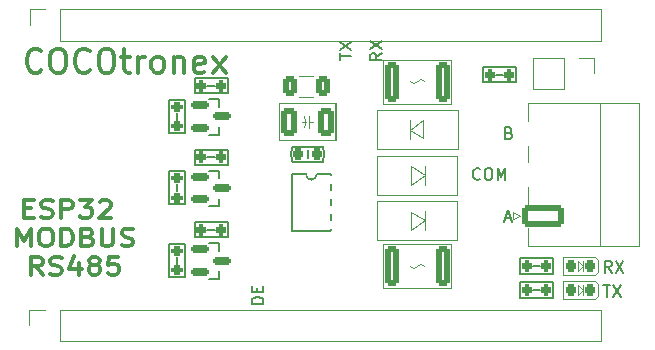
<source format=gbr>
%TF.GenerationSoftware,KiCad,Pcbnew,8.0.5*%
%TF.CreationDate,2025-01-12T16:45:05+07:00*%
%TF.ProjectId,ESP32-MODBUS-RS485-SHIELD,45535033-322d-44d4-9f44-4255532d5253,rev?*%
%TF.SameCoordinates,Original*%
%TF.FileFunction,Legend,Top*%
%TF.FilePolarity,Positive*%
%FSLAX46Y46*%
G04 Gerber Fmt 4.6, Leading zero omitted, Abs format (unit mm)*
G04 Created by KiCad (PCBNEW 8.0.5) date 2025-01-12 16:45:05*
%MOMM*%
%LPD*%
G01*
G04 APERTURE LIST*
G04 Aperture macros list*
%AMRoundRect*
0 Rectangle with rounded corners*
0 $1 Rounding radius*
0 $2 $3 $4 $5 $6 $7 $8 $9 X,Y pos of 4 corners*
0 Add a 4 corners polygon primitive as box body*
4,1,4,$2,$3,$4,$5,$6,$7,$8,$9,$2,$3,0*
0 Add four circle primitives for the rounded corners*
1,1,$1+$1,$2,$3*
1,1,$1+$1,$4,$5*
1,1,$1+$1,$6,$7*
1,1,$1+$1,$8,$9*
0 Add four rect primitives between the rounded corners*
20,1,$1+$1,$2,$3,$4,$5,0*
20,1,$1+$1,$4,$5,$6,$7,0*
20,1,$1+$1,$6,$7,$8,$9,0*
20,1,$1+$1,$8,$9,$2,$3,0*%
G04 Aperture macros list end*
%ADD10C,0.150000*%
%ADD11C,0.300000*%
%ADD12C,0.152400*%
%ADD13C,0.120000*%
%ADD14C,0.200000*%
%ADD15C,0.100000*%
%ADD16C,0.203200*%
%ADD17RoundRect,0.200000X0.200000X0.275000X-0.200000X0.275000X-0.200000X-0.275000X0.200000X-0.275000X0*%
%ADD18RoundRect,0.250000X0.375000X0.625000X-0.375000X0.625000X-0.375000X-0.625000X0.375000X-0.625000X0*%
%ADD19RoundRect,0.200000X0.275000X-0.200000X0.275000X0.200000X-0.275000X0.200000X-0.275000X-0.200000X0*%
%ADD20RoundRect,0.250000X0.412500X0.925000X-0.412500X0.925000X-0.412500X-0.925000X0.412500X-0.925000X0*%
%ADD21RoundRect,0.250000X1.550000X-0.650000X1.550000X0.650000X-1.550000X0.650000X-1.550000X-0.650000X0*%
%ADD22O,3.600000X1.800000*%
%ADD23R,1.700000X1.700000*%
%ADD24O,1.700000X1.700000*%
%ADD25RoundRect,0.150000X-0.587500X-0.150000X0.587500X-0.150000X0.587500X0.150000X-0.587500X0.150000X0*%
%ADD26RoundRect,0.218750X0.218750X0.256250X-0.218750X0.256250X-0.218750X-0.256250X0.218750X-0.256250X0*%
%ADD27RoundRect,0.250000X-0.312500X-1.450000X0.312500X-1.450000X0.312500X1.450000X-0.312500X1.450000X0*%
%ADD28R,2.500000X1.800000*%
%ADD29RoundRect,0.225000X0.225000X0.250000X-0.225000X0.250000X-0.225000X-0.250000X0.225000X-0.250000X0*%
%ADD30R,2.200000X0.600000*%
%ADD31O,2.200000X0.600000*%
G04 APERTURE END LIST*
D10*
X160770112Y-90617759D02*
X160912969Y-90665378D01*
X160912969Y-90665378D02*
X160960588Y-90712997D01*
X160960588Y-90712997D02*
X161008207Y-90808235D01*
X161008207Y-90808235D02*
X161008207Y-90951092D01*
X161008207Y-90951092D02*
X160960588Y-91046330D01*
X160960588Y-91046330D02*
X160912969Y-91093950D01*
X160912969Y-91093950D02*
X160817731Y-91141569D01*
X160817731Y-91141569D02*
X160436779Y-91141569D01*
X160436779Y-91141569D02*
X160436779Y-90141569D01*
X160436779Y-90141569D02*
X160770112Y-90141569D01*
X160770112Y-90141569D02*
X160865350Y-90189188D01*
X160865350Y-90189188D02*
X160912969Y-90236807D01*
X160912969Y-90236807D02*
X160960588Y-90332045D01*
X160960588Y-90332045D02*
X160960588Y-90427283D01*
X160960588Y-90427283D02*
X160912969Y-90522521D01*
X160912969Y-90522521D02*
X160865350Y-90570140D01*
X160865350Y-90570140D02*
X160770112Y-90617759D01*
X160770112Y-90617759D02*
X160436779Y-90617759D01*
X168743922Y-103519819D02*
X169315350Y-103519819D01*
X169029636Y-104519819D02*
X169029636Y-103519819D01*
X169553446Y-103519819D02*
X170220112Y-104519819D01*
X170220112Y-103519819D02*
X169553446Y-104519819D01*
X146419819Y-84456077D02*
X146419819Y-83884649D01*
X147419819Y-84170363D02*
X146419819Y-84170363D01*
X146419819Y-83646553D02*
X147419819Y-82979887D01*
X146419819Y-82979887D02*
X147419819Y-83646553D01*
X150019819Y-83891792D02*
X149543628Y-84225125D01*
X150019819Y-84463220D02*
X149019819Y-84463220D01*
X149019819Y-84463220D02*
X149019819Y-84082268D01*
X149019819Y-84082268D02*
X149067438Y-83987030D01*
X149067438Y-83987030D02*
X149115057Y-83939411D01*
X149115057Y-83939411D02*
X149210295Y-83891792D01*
X149210295Y-83891792D02*
X149353152Y-83891792D01*
X149353152Y-83891792D02*
X149448390Y-83939411D01*
X149448390Y-83939411D02*
X149496009Y-83987030D01*
X149496009Y-83987030D02*
X149543628Y-84082268D01*
X149543628Y-84082268D02*
X149543628Y-84463220D01*
X149019819Y-83558458D02*
X150019819Y-82891792D01*
X149019819Y-82891792D02*
X150019819Y-83558458D01*
X158317731Y-94524580D02*
X158270112Y-94572200D01*
X158270112Y-94572200D02*
X158127255Y-94619819D01*
X158127255Y-94619819D02*
X158032017Y-94619819D01*
X158032017Y-94619819D02*
X157889160Y-94572200D01*
X157889160Y-94572200D02*
X157793922Y-94476961D01*
X157793922Y-94476961D02*
X157746303Y-94381723D01*
X157746303Y-94381723D02*
X157698684Y-94191247D01*
X157698684Y-94191247D02*
X157698684Y-94048390D01*
X157698684Y-94048390D02*
X157746303Y-93857914D01*
X157746303Y-93857914D02*
X157793922Y-93762676D01*
X157793922Y-93762676D02*
X157889160Y-93667438D01*
X157889160Y-93667438D02*
X158032017Y-93619819D01*
X158032017Y-93619819D02*
X158127255Y-93619819D01*
X158127255Y-93619819D02*
X158270112Y-93667438D01*
X158270112Y-93667438D02*
X158317731Y-93715057D01*
X158936779Y-93619819D02*
X159127255Y-93619819D01*
X159127255Y-93619819D02*
X159222493Y-93667438D01*
X159222493Y-93667438D02*
X159317731Y-93762676D01*
X159317731Y-93762676D02*
X159365350Y-93953152D01*
X159365350Y-93953152D02*
X159365350Y-94286485D01*
X159365350Y-94286485D02*
X159317731Y-94476961D01*
X159317731Y-94476961D02*
X159222493Y-94572200D01*
X159222493Y-94572200D02*
X159127255Y-94619819D01*
X159127255Y-94619819D02*
X158936779Y-94619819D01*
X158936779Y-94619819D02*
X158841541Y-94572200D01*
X158841541Y-94572200D02*
X158746303Y-94476961D01*
X158746303Y-94476961D02*
X158698684Y-94286485D01*
X158698684Y-94286485D02*
X158698684Y-93953152D01*
X158698684Y-93953152D02*
X158746303Y-93762676D01*
X158746303Y-93762676D02*
X158841541Y-93667438D01*
X158841541Y-93667438D02*
X158936779Y-93619819D01*
X159793922Y-94619819D02*
X159793922Y-93619819D01*
X159793922Y-93619819D02*
X160127255Y-94334104D01*
X160127255Y-94334104D02*
X160460588Y-93619819D01*
X160460588Y-93619819D02*
X160460588Y-94619819D01*
X139969819Y-105113220D02*
X138969819Y-105113220D01*
X138969819Y-105113220D02*
X138969819Y-104875125D01*
X138969819Y-104875125D02*
X139017438Y-104732268D01*
X139017438Y-104732268D02*
X139112676Y-104637030D01*
X139112676Y-104637030D02*
X139207914Y-104589411D01*
X139207914Y-104589411D02*
X139398390Y-104541792D01*
X139398390Y-104541792D02*
X139541247Y-104541792D01*
X139541247Y-104541792D02*
X139731723Y-104589411D01*
X139731723Y-104589411D02*
X139826961Y-104637030D01*
X139826961Y-104637030D02*
X139922200Y-104732268D01*
X139922200Y-104732268D02*
X139969819Y-104875125D01*
X139969819Y-104875125D02*
X139969819Y-105113220D01*
X139446009Y-104113220D02*
X139446009Y-103779887D01*
X139969819Y-103637030D02*
X139969819Y-104113220D01*
X139969819Y-104113220D02*
X138969819Y-104113220D01*
X138969819Y-104113220D02*
X138969819Y-103637030D01*
D11*
X119709523Y-97035282D02*
X120276190Y-97035282D01*
X120519047Y-97820996D02*
X119709523Y-97820996D01*
X119709523Y-97820996D02*
X119709523Y-96320996D01*
X119709523Y-96320996D02*
X120519047Y-96320996D01*
X121166666Y-97749568D02*
X121409523Y-97820996D01*
X121409523Y-97820996D02*
X121814285Y-97820996D01*
X121814285Y-97820996D02*
X121976190Y-97749568D01*
X121976190Y-97749568D02*
X122057142Y-97678139D01*
X122057142Y-97678139D02*
X122138095Y-97535282D01*
X122138095Y-97535282D02*
X122138095Y-97392425D01*
X122138095Y-97392425D02*
X122057142Y-97249568D01*
X122057142Y-97249568D02*
X121976190Y-97178139D01*
X121976190Y-97178139D02*
X121814285Y-97106710D01*
X121814285Y-97106710D02*
X121490476Y-97035282D01*
X121490476Y-97035282D02*
X121328571Y-96963853D01*
X121328571Y-96963853D02*
X121247618Y-96892425D01*
X121247618Y-96892425D02*
X121166666Y-96749568D01*
X121166666Y-96749568D02*
X121166666Y-96606710D01*
X121166666Y-96606710D02*
X121247618Y-96463853D01*
X121247618Y-96463853D02*
X121328571Y-96392425D01*
X121328571Y-96392425D02*
X121490476Y-96320996D01*
X121490476Y-96320996D02*
X121895237Y-96320996D01*
X121895237Y-96320996D02*
X122138095Y-96392425D01*
X122866666Y-97820996D02*
X122866666Y-96320996D01*
X122866666Y-96320996D02*
X123514285Y-96320996D01*
X123514285Y-96320996D02*
X123676190Y-96392425D01*
X123676190Y-96392425D02*
X123757143Y-96463853D01*
X123757143Y-96463853D02*
X123838095Y-96606710D01*
X123838095Y-96606710D02*
X123838095Y-96820996D01*
X123838095Y-96820996D02*
X123757143Y-96963853D01*
X123757143Y-96963853D02*
X123676190Y-97035282D01*
X123676190Y-97035282D02*
X123514285Y-97106710D01*
X123514285Y-97106710D02*
X122866666Y-97106710D01*
X124404762Y-96320996D02*
X125457143Y-96320996D01*
X125457143Y-96320996D02*
X124890476Y-96892425D01*
X124890476Y-96892425D02*
X125133333Y-96892425D01*
X125133333Y-96892425D02*
X125295238Y-96963853D01*
X125295238Y-96963853D02*
X125376190Y-97035282D01*
X125376190Y-97035282D02*
X125457143Y-97178139D01*
X125457143Y-97178139D02*
X125457143Y-97535282D01*
X125457143Y-97535282D02*
X125376190Y-97678139D01*
X125376190Y-97678139D02*
X125295238Y-97749568D01*
X125295238Y-97749568D02*
X125133333Y-97820996D01*
X125133333Y-97820996D02*
X124647619Y-97820996D01*
X124647619Y-97820996D02*
X124485714Y-97749568D01*
X124485714Y-97749568D02*
X124404762Y-97678139D01*
X126104762Y-96463853D02*
X126185714Y-96392425D01*
X126185714Y-96392425D02*
X126347619Y-96320996D01*
X126347619Y-96320996D02*
X126752381Y-96320996D01*
X126752381Y-96320996D02*
X126914286Y-96392425D01*
X126914286Y-96392425D02*
X126995238Y-96463853D01*
X126995238Y-96463853D02*
X127076191Y-96606710D01*
X127076191Y-96606710D02*
X127076191Y-96749568D01*
X127076191Y-96749568D02*
X126995238Y-96963853D01*
X126995238Y-96963853D02*
X126023810Y-97820996D01*
X126023810Y-97820996D02*
X127076191Y-97820996D01*
X119142857Y-100235912D02*
X119142857Y-98735912D01*
X119142857Y-98735912D02*
X119709524Y-99807341D01*
X119709524Y-99807341D02*
X120276191Y-98735912D01*
X120276191Y-98735912D02*
X120276191Y-100235912D01*
X121409524Y-98735912D02*
X121733333Y-98735912D01*
X121733333Y-98735912D02*
X121895238Y-98807341D01*
X121895238Y-98807341D02*
X122057143Y-98950198D01*
X122057143Y-98950198D02*
X122138095Y-99235912D01*
X122138095Y-99235912D02*
X122138095Y-99735912D01*
X122138095Y-99735912D02*
X122057143Y-100021626D01*
X122057143Y-100021626D02*
X121895238Y-100164484D01*
X121895238Y-100164484D02*
X121733333Y-100235912D01*
X121733333Y-100235912D02*
X121409524Y-100235912D01*
X121409524Y-100235912D02*
X121247619Y-100164484D01*
X121247619Y-100164484D02*
X121085714Y-100021626D01*
X121085714Y-100021626D02*
X121004762Y-99735912D01*
X121004762Y-99735912D02*
X121004762Y-99235912D01*
X121004762Y-99235912D02*
X121085714Y-98950198D01*
X121085714Y-98950198D02*
X121247619Y-98807341D01*
X121247619Y-98807341D02*
X121409524Y-98735912D01*
X122866666Y-100235912D02*
X122866666Y-98735912D01*
X122866666Y-98735912D02*
X123271428Y-98735912D01*
X123271428Y-98735912D02*
X123514285Y-98807341D01*
X123514285Y-98807341D02*
X123676190Y-98950198D01*
X123676190Y-98950198D02*
X123757143Y-99093055D01*
X123757143Y-99093055D02*
X123838095Y-99378769D01*
X123838095Y-99378769D02*
X123838095Y-99593055D01*
X123838095Y-99593055D02*
X123757143Y-99878769D01*
X123757143Y-99878769D02*
X123676190Y-100021626D01*
X123676190Y-100021626D02*
X123514285Y-100164484D01*
X123514285Y-100164484D02*
X123271428Y-100235912D01*
X123271428Y-100235912D02*
X122866666Y-100235912D01*
X125133333Y-99450198D02*
X125376190Y-99521626D01*
X125376190Y-99521626D02*
X125457143Y-99593055D01*
X125457143Y-99593055D02*
X125538095Y-99735912D01*
X125538095Y-99735912D02*
X125538095Y-99950198D01*
X125538095Y-99950198D02*
X125457143Y-100093055D01*
X125457143Y-100093055D02*
X125376190Y-100164484D01*
X125376190Y-100164484D02*
X125214285Y-100235912D01*
X125214285Y-100235912D02*
X124566666Y-100235912D01*
X124566666Y-100235912D02*
X124566666Y-98735912D01*
X124566666Y-98735912D02*
X125133333Y-98735912D01*
X125133333Y-98735912D02*
X125295238Y-98807341D01*
X125295238Y-98807341D02*
X125376190Y-98878769D01*
X125376190Y-98878769D02*
X125457143Y-99021626D01*
X125457143Y-99021626D02*
X125457143Y-99164484D01*
X125457143Y-99164484D02*
X125376190Y-99307341D01*
X125376190Y-99307341D02*
X125295238Y-99378769D01*
X125295238Y-99378769D02*
X125133333Y-99450198D01*
X125133333Y-99450198D02*
X124566666Y-99450198D01*
X126266666Y-98735912D02*
X126266666Y-99950198D01*
X126266666Y-99950198D02*
X126347619Y-100093055D01*
X126347619Y-100093055D02*
X126428571Y-100164484D01*
X126428571Y-100164484D02*
X126590476Y-100235912D01*
X126590476Y-100235912D02*
X126914285Y-100235912D01*
X126914285Y-100235912D02*
X127076190Y-100164484D01*
X127076190Y-100164484D02*
X127157143Y-100093055D01*
X127157143Y-100093055D02*
X127238095Y-99950198D01*
X127238095Y-99950198D02*
X127238095Y-98735912D01*
X127966666Y-100164484D02*
X128209523Y-100235912D01*
X128209523Y-100235912D02*
X128614285Y-100235912D01*
X128614285Y-100235912D02*
X128776190Y-100164484D01*
X128776190Y-100164484D02*
X128857142Y-100093055D01*
X128857142Y-100093055D02*
X128938095Y-99950198D01*
X128938095Y-99950198D02*
X128938095Y-99807341D01*
X128938095Y-99807341D02*
X128857142Y-99664484D01*
X128857142Y-99664484D02*
X128776190Y-99593055D01*
X128776190Y-99593055D02*
X128614285Y-99521626D01*
X128614285Y-99521626D02*
X128290476Y-99450198D01*
X128290476Y-99450198D02*
X128128571Y-99378769D01*
X128128571Y-99378769D02*
X128047618Y-99307341D01*
X128047618Y-99307341D02*
X127966666Y-99164484D01*
X127966666Y-99164484D02*
X127966666Y-99021626D01*
X127966666Y-99021626D02*
X128047618Y-98878769D01*
X128047618Y-98878769D02*
X128128571Y-98807341D01*
X128128571Y-98807341D02*
X128290476Y-98735912D01*
X128290476Y-98735912D02*
X128695237Y-98735912D01*
X128695237Y-98735912D02*
X128938095Y-98807341D01*
X121288094Y-102650828D02*
X120721427Y-101936542D01*
X120316665Y-102650828D02*
X120316665Y-101150828D01*
X120316665Y-101150828D02*
X120964284Y-101150828D01*
X120964284Y-101150828D02*
X121126189Y-101222257D01*
X121126189Y-101222257D02*
X121207142Y-101293685D01*
X121207142Y-101293685D02*
X121288094Y-101436542D01*
X121288094Y-101436542D02*
X121288094Y-101650828D01*
X121288094Y-101650828D02*
X121207142Y-101793685D01*
X121207142Y-101793685D02*
X121126189Y-101865114D01*
X121126189Y-101865114D02*
X120964284Y-101936542D01*
X120964284Y-101936542D02*
X120316665Y-101936542D01*
X121935713Y-102579400D02*
X122178570Y-102650828D01*
X122178570Y-102650828D02*
X122583332Y-102650828D01*
X122583332Y-102650828D02*
X122745237Y-102579400D01*
X122745237Y-102579400D02*
X122826189Y-102507971D01*
X122826189Y-102507971D02*
X122907142Y-102365114D01*
X122907142Y-102365114D02*
X122907142Y-102222257D01*
X122907142Y-102222257D02*
X122826189Y-102079400D01*
X122826189Y-102079400D02*
X122745237Y-102007971D01*
X122745237Y-102007971D02*
X122583332Y-101936542D01*
X122583332Y-101936542D02*
X122259523Y-101865114D01*
X122259523Y-101865114D02*
X122097618Y-101793685D01*
X122097618Y-101793685D02*
X122016665Y-101722257D01*
X122016665Y-101722257D02*
X121935713Y-101579400D01*
X121935713Y-101579400D02*
X121935713Y-101436542D01*
X121935713Y-101436542D02*
X122016665Y-101293685D01*
X122016665Y-101293685D02*
X122097618Y-101222257D01*
X122097618Y-101222257D02*
X122259523Y-101150828D01*
X122259523Y-101150828D02*
X122664284Y-101150828D01*
X122664284Y-101150828D02*
X122907142Y-101222257D01*
X124364285Y-101650828D02*
X124364285Y-102650828D01*
X123959523Y-101079400D02*
X123554761Y-102150828D01*
X123554761Y-102150828D02*
X124607142Y-102150828D01*
X125497619Y-101793685D02*
X125335714Y-101722257D01*
X125335714Y-101722257D02*
X125254761Y-101650828D01*
X125254761Y-101650828D02*
X125173809Y-101507971D01*
X125173809Y-101507971D02*
X125173809Y-101436542D01*
X125173809Y-101436542D02*
X125254761Y-101293685D01*
X125254761Y-101293685D02*
X125335714Y-101222257D01*
X125335714Y-101222257D02*
X125497619Y-101150828D01*
X125497619Y-101150828D02*
X125821428Y-101150828D01*
X125821428Y-101150828D02*
X125983333Y-101222257D01*
X125983333Y-101222257D02*
X126064285Y-101293685D01*
X126064285Y-101293685D02*
X126145238Y-101436542D01*
X126145238Y-101436542D02*
X126145238Y-101507971D01*
X126145238Y-101507971D02*
X126064285Y-101650828D01*
X126064285Y-101650828D02*
X125983333Y-101722257D01*
X125983333Y-101722257D02*
X125821428Y-101793685D01*
X125821428Y-101793685D02*
X125497619Y-101793685D01*
X125497619Y-101793685D02*
X125335714Y-101865114D01*
X125335714Y-101865114D02*
X125254761Y-101936542D01*
X125254761Y-101936542D02*
X125173809Y-102079400D01*
X125173809Y-102079400D02*
X125173809Y-102365114D01*
X125173809Y-102365114D02*
X125254761Y-102507971D01*
X125254761Y-102507971D02*
X125335714Y-102579400D01*
X125335714Y-102579400D02*
X125497619Y-102650828D01*
X125497619Y-102650828D02*
X125821428Y-102650828D01*
X125821428Y-102650828D02*
X125983333Y-102579400D01*
X125983333Y-102579400D02*
X126064285Y-102507971D01*
X126064285Y-102507971D02*
X126145238Y-102365114D01*
X126145238Y-102365114D02*
X126145238Y-102079400D01*
X126145238Y-102079400D02*
X126064285Y-101936542D01*
X126064285Y-101936542D02*
X125983333Y-101865114D01*
X125983333Y-101865114D02*
X125821428Y-101793685D01*
X127683333Y-101150828D02*
X126873809Y-101150828D01*
X126873809Y-101150828D02*
X126792857Y-101865114D01*
X126792857Y-101865114D02*
X126873809Y-101793685D01*
X126873809Y-101793685D02*
X127035714Y-101722257D01*
X127035714Y-101722257D02*
X127440476Y-101722257D01*
X127440476Y-101722257D02*
X127602381Y-101793685D01*
X127602381Y-101793685D02*
X127683333Y-101865114D01*
X127683333Y-101865114D02*
X127764286Y-102007971D01*
X127764286Y-102007971D02*
X127764286Y-102365114D01*
X127764286Y-102365114D02*
X127683333Y-102507971D01*
X127683333Y-102507971D02*
X127602381Y-102579400D01*
X127602381Y-102579400D02*
X127440476Y-102650828D01*
X127440476Y-102650828D02*
X127035714Y-102650828D01*
X127035714Y-102650828D02*
X126873809Y-102579400D01*
X126873809Y-102579400D02*
X126792857Y-102507971D01*
X121157142Y-85349161D02*
X121061904Y-85444400D01*
X121061904Y-85444400D02*
X120776190Y-85539638D01*
X120776190Y-85539638D02*
X120585714Y-85539638D01*
X120585714Y-85539638D02*
X120299999Y-85444400D01*
X120299999Y-85444400D02*
X120109523Y-85253923D01*
X120109523Y-85253923D02*
X120014285Y-85063447D01*
X120014285Y-85063447D02*
X119919047Y-84682495D01*
X119919047Y-84682495D02*
X119919047Y-84396780D01*
X119919047Y-84396780D02*
X120014285Y-84015828D01*
X120014285Y-84015828D02*
X120109523Y-83825352D01*
X120109523Y-83825352D02*
X120299999Y-83634876D01*
X120299999Y-83634876D02*
X120585714Y-83539638D01*
X120585714Y-83539638D02*
X120776190Y-83539638D01*
X120776190Y-83539638D02*
X121061904Y-83634876D01*
X121061904Y-83634876D02*
X121157142Y-83730114D01*
X122395237Y-83539638D02*
X122776190Y-83539638D01*
X122776190Y-83539638D02*
X122966666Y-83634876D01*
X122966666Y-83634876D02*
X123157142Y-83825352D01*
X123157142Y-83825352D02*
X123252380Y-84206304D01*
X123252380Y-84206304D02*
X123252380Y-84872971D01*
X123252380Y-84872971D02*
X123157142Y-85253923D01*
X123157142Y-85253923D02*
X122966666Y-85444400D01*
X122966666Y-85444400D02*
X122776190Y-85539638D01*
X122776190Y-85539638D02*
X122395237Y-85539638D01*
X122395237Y-85539638D02*
X122204761Y-85444400D01*
X122204761Y-85444400D02*
X122014285Y-85253923D01*
X122014285Y-85253923D02*
X121919047Y-84872971D01*
X121919047Y-84872971D02*
X121919047Y-84206304D01*
X121919047Y-84206304D02*
X122014285Y-83825352D01*
X122014285Y-83825352D02*
X122204761Y-83634876D01*
X122204761Y-83634876D02*
X122395237Y-83539638D01*
X125252380Y-85349161D02*
X125157142Y-85444400D01*
X125157142Y-85444400D02*
X124871428Y-85539638D01*
X124871428Y-85539638D02*
X124680952Y-85539638D01*
X124680952Y-85539638D02*
X124395237Y-85444400D01*
X124395237Y-85444400D02*
X124204761Y-85253923D01*
X124204761Y-85253923D02*
X124109523Y-85063447D01*
X124109523Y-85063447D02*
X124014285Y-84682495D01*
X124014285Y-84682495D02*
X124014285Y-84396780D01*
X124014285Y-84396780D02*
X124109523Y-84015828D01*
X124109523Y-84015828D02*
X124204761Y-83825352D01*
X124204761Y-83825352D02*
X124395237Y-83634876D01*
X124395237Y-83634876D02*
X124680952Y-83539638D01*
X124680952Y-83539638D02*
X124871428Y-83539638D01*
X124871428Y-83539638D02*
X125157142Y-83634876D01*
X125157142Y-83634876D02*
X125252380Y-83730114D01*
X126490475Y-83539638D02*
X126871428Y-83539638D01*
X126871428Y-83539638D02*
X127061904Y-83634876D01*
X127061904Y-83634876D02*
X127252380Y-83825352D01*
X127252380Y-83825352D02*
X127347618Y-84206304D01*
X127347618Y-84206304D02*
X127347618Y-84872971D01*
X127347618Y-84872971D02*
X127252380Y-85253923D01*
X127252380Y-85253923D02*
X127061904Y-85444400D01*
X127061904Y-85444400D02*
X126871428Y-85539638D01*
X126871428Y-85539638D02*
X126490475Y-85539638D01*
X126490475Y-85539638D02*
X126299999Y-85444400D01*
X126299999Y-85444400D02*
X126109523Y-85253923D01*
X126109523Y-85253923D02*
X126014285Y-84872971D01*
X126014285Y-84872971D02*
X126014285Y-84206304D01*
X126014285Y-84206304D02*
X126109523Y-83825352D01*
X126109523Y-83825352D02*
X126299999Y-83634876D01*
X126299999Y-83634876D02*
X126490475Y-83539638D01*
X127919047Y-84206304D02*
X128680951Y-84206304D01*
X128204761Y-83539638D02*
X128204761Y-85253923D01*
X128204761Y-85253923D02*
X128299999Y-85444400D01*
X128299999Y-85444400D02*
X128490475Y-85539638D01*
X128490475Y-85539638D02*
X128680951Y-85539638D01*
X129347618Y-85539638D02*
X129347618Y-84206304D01*
X129347618Y-84587257D02*
X129442856Y-84396780D01*
X129442856Y-84396780D02*
X129538094Y-84301542D01*
X129538094Y-84301542D02*
X129728570Y-84206304D01*
X129728570Y-84206304D02*
X129919047Y-84206304D01*
X130871427Y-85539638D02*
X130680951Y-85444400D01*
X130680951Y-85444400D02*
X130585713Y-85349161D01*
X130585713Y-85349161D02*
X130490475Y-85158685D01*
X130490475Y-85158685D02*
X130490475Y-84587257D01*
X130490475Y-84587257D02*
X130585713Y-84396780D01*
X130585713Y-84396780D02*
X130680951Y-84301542D01*
X130680951Y-84301542D02*
X130871427Y-84206304D01*
X130871427Y-84206304D02*
X131157142Y-84206304D01*
X131157142Y-84206304D02*
X131347618Y-84301542D01*
X131347618Y-84301542D02*
X131442856Y-84396780D01*
X131442856Y-84396780D02*
X131538094Y-84587257D01*
X131538094Y-84587257D02*
X131538094Y-85158685D01*
X131538094Y-85158685D02*
X131442856Y-85349161D01*
X131442856Y-85349161D02*
X131347618Y-85444400D01*
X131347618Y-85444400D02*
X131157142Y-85539638D01*
X131157142Y-85539638D02*
X130871427Y-85539638D01*
X132395237Y-84206304D02*
X132395237Y-85539638D01*
X132395237Y-84396780D02*
X132490475Y-84301542D01*
X132490475Y-84301542D02*
X132680951Y-84206304D01*
X132680951Y-84206304D02*
X132966666Y-84206304D01*
X132966666Y-84206304D02*
X133157142Y-84301542D01*
X133157142Y-84301542D02*
X133252380Y-84492019D01*
X133252380Y-84492019D02*
X133252380Y-85539638D01*
X134966666Y-85444400D02*
X134776190Y-85539638D01*
X134776190Y-85539638D02*
X134395237Y-85539638D01*
X134395237Y-85539638D02*
X134204761Y-85444400D01*
X134204761Y-85444400D02*
X134109523Y-85253923D01*
X134109523Y-85253923D02*
X134109523Y-84492019D01*
X134109523Y-84492019D02*
X134204761Y-84301542D01*
X134204761Y-84301542D02*
X134395237Y-84206304D01*
X134395237Y-84206304D02*
X134776190Y-84206304D01*
X134776190Y-84206304D02*
X134966666Y-84301542D01*
X134966666Y-84301542D02*
X135061904Y-84492019D01*
X135061904Y-84492019D02*
X135061904Y-84682495D01*
X135061904Y-84682495D02*
X134109523Y-84872971D01*
X135728571Y-85539638D02*
X136776190Y-84206304D01*
X135728571Y-84206304D02*
X136776190Y-85539638D01*
D10*
X160460589Y-97855854D02*
X160936779Y-97855854D01*
X160365351Y-98141569D02*
X160698684Y-97141569D01*
X160698684Y-97141569D02*
X161032017Y-98141569D01*
X169458207Y-102469819D02*
X169124874Y-101993628D01*
X168886779Y-102469819D02*
X168886779Y-101469819D01*
X168886779Y-101469819D02*
X169267731Y-101469819D01*
X169267731Y-101469819D02*
X169362969Y-101517438D01*
X169362969Y-101517438D02*
X169410588Y-101565057D01*
X169410588Y-101565057D02*
X169458207Y-101660295D01*
X169458207Y-101660295D02*
X169458207Y-101803152D01*
X169458207Y-101803152D02*
X169410588Y-101898390D01*
X169410588Y-101898390D02*
X169362969Y-101946009D01*
X169362969Y-101946009D02*
X169267731Y-101993628D01*
X169267731Y-101993628D02*
X168886779Y-101993628D01*
X169791541Y-101469819D02*
X170458207Y-102469819D01*
X170458207Y-101469819D02*
X169791541Y-102469819D01*
D12*
%TO.C,R42*%
X134150000Y-92050000D02*
X136950000Y-92050000D01*
X134150000Y-93350000D02*
X134150000Y-92050000D01*
X134150000Y-93350000D02*
X136950000Y-93350000D01*
X135225000Y-92700000D02*
X135850000Y-92700000D01*
X136950000Y-93350000D02*
X136950000Y-92050000D01*
D13*
%TO.C,F3*%
X144202064Y-87610000D02*
X142997936Y-87610000D01*
X144202064Y-85790000D02*
X142997936Y-85790000D01*
D12*
%TO.C,R40*%
X134150000Y-86000000D02*
X136950000Y-86000000D01*
X134150000Y-87300000D02*
X134150000Y-86000000D01*
X134150000Y-87300000D02*
X136950000Y-87300000D01*
X135225000Y-86650000D02*
X135850000Y-86650000D01*
X136950000Y-87300000D02*
X136950000Y-86000000D01*
%TO.C,R39*%
X133300000Y-100050000D02*
X133300000Y-102850000D01*
X132000000Y-100050000D02*
X133300000Y-100050000D01*
X132000000Y-100050000D02*
X132000000Y-102850000D01*
X132650000Y-101125000D02*
X132650000Y-101750000D01*
X132000000Y-102850000D02*
X133300000Y-102850000D01*
D13*
%TO.C,C5*%
X146150000Y-88125000D02*
X141325000Y-88125000D01*
X146075000Y-91275000D02*
X146075000Y-88125000D01*
X143800000Y-90200000D02*
X143800000Y-89200000D01*
X143800000Y-89700000D02*
X144162500Y-89700000D01*
X143580000Y-89695181D02*
X143242787Y-89695181D01*
X141325000Y-91275000D02*
X146150000Y-91275000D01*
X141325000Y-91275000D02*
X141325000Y-88125000D01*
X146150000Y-91275000D02*
X146000000Y-91275000D01*
X146000000Y-88150000D01*
X146150000Y-88150000D01*
X146150000Y-91275000D01*
X143414321Y-89199996D02*
G75*
G02*
X143446525Y-90199995I-744801J-524504D01*
G01*
%TO.C,J9*%
X162357500Y-100230000D02*
X171777500Y-100230000D01*
X162357500Y-100230000D02*
X162357500Y-98720000D01*
X168467500Y-100230000D02*
X168467500Y-88110000D01*
X171777500Y-100230000D02*
X171777500Y-88110000D01*
X161067500Y-97970000D02*
X161067500Y-97370000D01*
X161667500Y-97670000D02*
X161067500Y-97970000D01*
X161067500Y-97370000D02*
X161667500Y-97670000D01*
X162357500Y-96620000D02*
X162357500Y-95220000D01*
X162357500Y-93120000D02*
X162357500Y-91720000D01*
X162357500Y-88110000D02*
X162357500Y-89620000D01*
X171777500Y-88110000D02*
X162357500Y-88110000D01*
%TO.C,J1*%
X122760000Y-108255000D02*
X168540000Y-108255000D01*
X122760000Y-108255000D02*
X122760000Y-105595000D01*
X168540000Y-108255000D02*
X168540000Y-105595000D01*
X120160000Y-106925000D02*
X120160000Y-105595000D01*
X120160000Y-105595000D02*
X121490000Y-105595000D01*
X122760000Y-105595000D02*
X168540000Y-105595000D01*
D12*
%TO.C,R41*%
X133300000Y-87850000D02*
X133300000Y-90650000D01*
X132000000Y-87850000D02*
X133300000Y-87850000D01*
X132000000Y-87850000D02*
X132000000Y-90650000D01*
X132650000Y-88925000D02*
X132650000Y-89550000D01*
X132000000Y-90650000D02*
X133300000Y-90650000D01*
D13*
%TO.C,Q19*%
X135550000Y-96860000D02*
X136200000Y-96860000D01*
D14*
X136200000Y-93850000D02*
X135350000Y-93850000D01*
X136200000Y-94500000D02*
X136200000Y-93850000D01*
X136200000Y-96850000D02*
X135350000Y-96850000D01*
X136200000Y-96850000D02*
X136200000Y-96200000D01*
D13*
%TO.C,D36*%
X168285000Y-104450000D02*
X168285000Y-103450000D01*
X168285000Y-103450000D02*
X168050000Y-103215000D01*
X168050000Y-104685000D02*
X168285000Y-104450000D01*
X168050000Y-103215000D02*
X165325000Y-103215000D01*
D15*
X167025000Y-104350000D02*
X167025000Y-103550000D01*
X167025000Y-103950000D02*
X166575000Y-104350000D01*
X167025000Y-103950000D02*
X166575000Y-103550000D01*
X166575000Y-104350000D02*
X166575000Y-103550000D01*
D13*
X165325000Y-104685000D02*
X168050000Y-104685000D01*
X165325000Y-103215000D02*
X165325000Y-104685000D01*
%TO.C,F1*%
X150130000Y-84426252D02*
X150130000Y-88160000D01*
X150130000Y-84426252D02*
X155870000Y-84426252D01*
X150130000Y-88160000D02*
X155870000Y-88160000D01*
X155870000Y-84426252D02*
X155870000Y-88160000D01*
X153020000Y-86299568D02*
G75*
G02*
X152420000Y-86299568I-300000J141089D01*
G01*
X153020000Y-86299568D02*
G75*
G02*
X153620000Y-86299568I300000J-141089D01*
G01*
%TO.C,D34*%
X156400000Y-99700000D02*
X156400000Y-96400000D01*
X156400000Y-99700000D02*
X149590000Y-99700000D01*
X156400000Y-96400000D02*
X149590000Y-96400000D01*
X153640000Y-98849080D02*
X153640000Y-97248880D01*
X153640000Y-98048980D02*
X152489380Y-98849080D01*
X153640000Y-98048980D02*
X152489380Y-97299680D01*
X152489380Y-97299680D02*
X152489380Y-98849080D01*
X149590000Y-99700000D02*
X149590000Y-96400000D01*
D12*
%TO.C,R45*%
X161700000Y-103300000D02*
X164500000Y-103300000D01*
X161700000Y-104600000D02*
X161700000Y-103300000D01*
X161700000Y-104600000D02*
X164500000Y-104600000D01*
X162775000Y-103950000D02*
X163400000Y-103950000D01*
X164500000Y-104600000D02*
X164500000Y-103300000D01*
%TO.C,R38*%
X134150000Y-98180000D02*
X136950000Y-98180000D01*
X134150000Y-99480000D02*
X134150000Y-98180000D01*
X134150000Y-99480000D02*
X136950000Y-99480000D01*
X135225000Y-98830000D02*
X135850000Y-98830000D01*
X136950000Y-99480000D02*
X136950000Y-98180000D01*
%TO.C,R47*%
X161700000Y-101250000D02*
X164500000Y-101250000D01*
X161700000Y-102550000D02*
X161700000Y-101250000D01*
X161700000Y-102550000D02*
X164500000Y-102550000D01*
X162775000Y-101900000D02*
X163400000Y-101900000D01*
X164500000Y-102550000D02*
X164500000Y-101250000D01*
%TO.C,C3*%
X144991653Y-93100000D02*
X142467500Y-93100000D01*
X144991653Y-91800000D02*
X142443347Y-91800000D01*
X143717500Y-92075000D02*
X143717500Y-92800000D01*
X144991653Y-91800000D02*
G75*
G02*
X144991653Y-93100000I-1324973J-650000D01*
G01*
X142443347Y-93100000D02*
G75*
G02*
X142443347Y-91800000I1324983J650000D01*
G01*
D13*
%TO.C,J10*%
X168005000Y-84270000D02*
X168005000Y-85600000D01*
X166675000Y-84270000D02*
X168005000Y-84270000D01*
X165405000Y-84270000D02*
X162805000Y-84270000D01*
X165405000Y-84270000D02*
X165405000Y-86930000D01*
X162805000Y-84270000D02*
X162805000Y-86930000D01*
X165405000Y-86930000D02*
X162805000Y-86930000D01*
%TO.C,D35*%
X149600000Y-88712500D02*
X149600000Y-92012500D01*
X149600000Y-88712500D02*
X156410000Y-88712500D01*
X149600000Y-92012500D02*
X156410000Y-92012500D01*
X152360000Y-89563420D02*
X152360000Y-91163620D01*
X152360000Y-90363520D02*
X153510620Y-89563420D01*
X152360000Y-90363520D02*
X153510620Y-91112820D01*
X153510620Y-91112820D02*
X153510620Y-89563420D01*
X156410000Y-88712500D02*
X156410000Y-92012500D01*
%TO.C,F2*%
X150130000Y-100076252D02*
X150130000Y-103810000D01*
X150130000Y-100076252D02*
X155870000Y-100076252D01*
X150130000Y-103810000D02*
X155870000Y-103810000D01*
X155870000Y-100076252D02*
X155870000Y-103810000D01*
X153020000Y-101949568D02*
G75*
G02*
X152420000Y-101949568I-300000J141089D01*
G01*
X153020000Y-101949568D02*
G75*
G02*
X153620000Y-101949568I300000J-141089D01*
G01*
D16*
%TO.C,U11*%
X145686000Y-94137000D02*
X144492200Y-94137000D01*
X145686000Y-94137000D02*
X145686000Y-98836000D01*
X143577800Y-94137000D02*
X142384000Y-94137000D01*
X142380950Y-94149950D02*
X142380950Y-98937600D01*
X145686000Y-98836000D02*
X145584400Y-98937600D01*
X145584400Y-98937600D02*
X142380950Y-98937600D01*
X144492910Y-94137000D02*
G75*
G02*
X143577090Y-94137000I-457910J0D01*
G01*
D12*
%TO.C,R36*%
X158550000Y-85050000D02*
X161350000Y-85050000D01*
X158550000Y-86350000D02*
X158550000Y-85050000D01*
X158550000Y-86350000D02*
X161350000Y-86350000D01*
X159625000Y-85700000D02*
X160250000Y-85700000D01*
X161350000Y-86350000D02*
X161350000Y-85050000D01*
%TO.C,R43*%
X133300000Y-93900000D02*
X133300000Y-96700000D01*
X132000000Y-93900000D02*
X133300000Y-93900000D01*
X132000000Y-93900000D02*
X132000000Y-96700000D01*
X132650000Y-94975000D02*
X132650000Y-95600000D01*
X132000000Y-96700000D02*
X133300000Y-96700000D01*
D13*
%TO.C,Q18*%
X135550000Y-90810000D02*
X136200000Y-90810000D01*
D14*
X136200000Y-87800000D02*
X135350000Y-87800000D01*
X136200000Y-88450000D02*
X136200000Y-87800000D01*
X136200000Y-90800000D02*
X135350000Y-90800000D01*
X136200000Y-90800000D02*
X136200000Y-90150000D01*
D13*
%TO.C,D33*%
X156400000Y-95875000D02*
X156400000Y-92575000D01*
X156400000Y-95875000D02*
X149590000Y-95875000D01*
X156400000Y-92575000D02*
X149590000Y-92575000D01*
X153640000Y-95024080D02*
X153640000Y-93423880D01*
X153640000Y-94223980D02*
X152489380Y-95024080D01*
X153640000Y-94223980D02*
X152489380Y-93474680D01*
X152489380Y-93474680D02*
X152489380Y-95024080D01*
X149590000Y-95875000D02*
X149590000Y-92575000D01*
%TO.C,Q17*%
X135550000Y-103010000D02*
X136200000Y-103010000D01*
D14*
X136200000Y-100000000D02*
X135350000Y-100000000D01*
X136200000Y-100650000D02*
X136200000Y-100000000D01*
X136200000Y-103000000D02*
X135350000Y-103000000D01*
X136200000Y-103000000D02*
X136200000Y-102350000D01*
D13*
%TO.C,J2*%
X122770000Y-82830000D02*
X168550000Y-82830000D01*
X122770000Y-82830000D02*
X122770000Y-80170000D01*
X168550000Y-82830000D02*
X168550000Y-80170000D01*
X120170000Y-81500000D02*
X120170000Y-80170000D01*
X120170000Y-80170000D02*
X121500000Y-80170000D01*
X122770000Y-80170000D02*
X168550000Y-80170000D01*
%TO.C,D37*%
X168285000Y-102400000D02*
X168285000Y-101400000D01*
X168285000Y-101400000D02*
X168050000Y-101165000D01*
X168050000Y-102635000D02*
X168285000Y-102400000D01*
X168050000Y-101165000D02*
X165325000Y-101165000D01*
D15*
X167025000Y-102300000D02*
X167025000Y-101500000D01*
X167025000Y-101900000D02*
X166575000Y-102300000D01*
X167025000Y-101900000D02*
X166575000Y-101500000D01*
X166575000Y-102300000D02*
X166575000Y-101500000D01*
D13*
X165325000Y-102635000D02*
X168050000Y-102635000D01*
X165325000Y-101165000D02*
X165325000Y-102635000D01*
%TD*%
%LPC*%
D17*
%TO.C,R42*%
X134725000Y-92700000D03*
X136375000Y-92700000D03*
%TD*%
D18*
%TO.C,F3*%
X145000000Y-86700000D03*
X142200000Y-86700000D03*
%TD*%
D17*
%TO.C,R40*%
X134725000Y-86650000D03*
X136375000Y-86650000D03*
%TD*%
D19*
%TO.C,R39*%
X132650000Y-100625000D03*
X132650000Y-102275000D03*
%TD*%
D20*
%TO.C,C5*%
X145237500Y-89700000D03*
X142162500Y-89700000D03*
%TD*%
D21*
%TO.C,J9*%
X163667500Y-97670000D03*
D22*
X163667500Y-94170000D03*
X163667500Y-90670000D03*
%TD*%
D23*
%TO.C,J1*%
X121490000Y-106925000D03*
D24*
X124030000Y-106925000D03*
X126570000Y-106925000D03*
X129110000Y-106925000D03*
X131650000Y-106925000D03*
X134190000Y-106925000D03*
X136730000Y-106925000D03*
X139270000Y-106925000D03*
X141810000Y-106925000D03*
X144350000Y-106925000D03*
X146890000Y-106925000D03*
X149430000Y-106925000D03*
X151970000Y-106925000D03*
X154510000Y-106925000D03*
X157050000Y-106925000D03*
X159590000Y-106925000D03*
X162130000Y-106925000D03*
X164670000Y-106925000D03*
X167210000Y-106925000D03*
%TD*%
D19*
%TO.C,R41*%
X132650000Y-88425000D03*
X132650000Y-90075000D03*
%TD*%
D25*
%TO.C,Q19*%
X134612500Y-94350000D03*
X134612500Y-96250000D03*
X136487500Y-95300000D03*
%TD*%
D26*
%TO.C,D36*%
X167587500Y-103950000D03*
X166012500Y-103950000D03*
%TD*%
D27*
%TO.C,F1*%
X150862500Y-86300000D03*
X155137500Y-86300000D03*
%TD*%
D28*
%TO.C,D34*%
X155000000Y-98050000D03*
X151000000Y-98050000D03*
%TD*%
D17*
%TO.C,R45*%
X162275000Y-103950000D03*
X163925000Y-103950000D03*
%TD*%
%TO.C,R38*%
X134725000Y-98830000D03*
X136375000Y-98830000D03*
%TD*%
%TO.C,R47*%
X162275000Y-101900000D03*
X163925000Y-101900000D03*
%TD*%
D29*
%TO.C,C3*%
X144492500Y-92450000D03*
X142942500Y-92450000D03*
%TD*%
D23*
%TO.C,J10*%
X166675000Y-85600000D03*
D24*
X164135000Y-85600000D03*
%TD*%
D28*
%TO.C,D35*%
X151000000Y-90362500D03*
X155000000Y-90362500D03*
%TD*%
D27*
%TO.C,F2*%
X150862500Y-101950000D03*
X155137500Y-101950000D03*
%TD*%
D30*
%TO.C,U11*%
X141181060Y-94645000D03*
D31*
X141181060Y-95915000D03*
X141181060Y-97185000D03*
X141181060Y-98455000D03*
X146380940Y-98455000D03*
X146380940Y-97185000D03*
X146380940Y-95915000D03*
X146380940Y-94645000D03*
%TD*%
D17*
%TO.C,R36*%
X159125000Y-85700000D03*
X160775000Y-85700000D03*
%TD*%
D19*
%TO.C,R43*%
X132650000Y-94475000D03*
X132650000Y-96125000D03*
%TD*%
D25*
%TO.C,Q18*%
X134612500Y-88300000D03*
X134612500Y-90200000D03*
X136487500Y-89250000D03*
%TD*%
D28*
%TO.C,D33*%
X155000000Y-94225000D03*
X151000000Y-94225000D03*
%TD*%
D25*
%TO.C,Q17*%
X134612500Y-100500000D03*
X134612500Y-102400000D03*
X136487500Y-101450000D03*
%TD*%
D23*
%TO.C,J2*%
X121500000Y-81500000D03*
D24*
X124040000Y-81500000D03*
X126580000Y-81500000D03*
X129120000Y-81500000D03*
X131660000Y-81500000D03*
X134200000Y-81500000D03*
X136740000Y-81500000D03*
X139280000Y-81500000D03*
X141820000Y-81500000D03*
X144360000Y-81500000D03*
X146900000Y-81500000D03*
X149440000Y-81500000D03*
X151980000Y-81500000D03*
X154520000Y-81500000D03*
X157060000Y-81500000D03*
X159600000Y-81500000D03*
X162140000Y-81500000D03*
X164680000Y-81500000D03*
X167220000Y-81500000D03*
%TD*%
D26*
%TO.C,D37*%
X167587500Y-101900000D03*
X166012500Y-101900000D03*
%TD*%
%LPD*%
M02*

</source>
